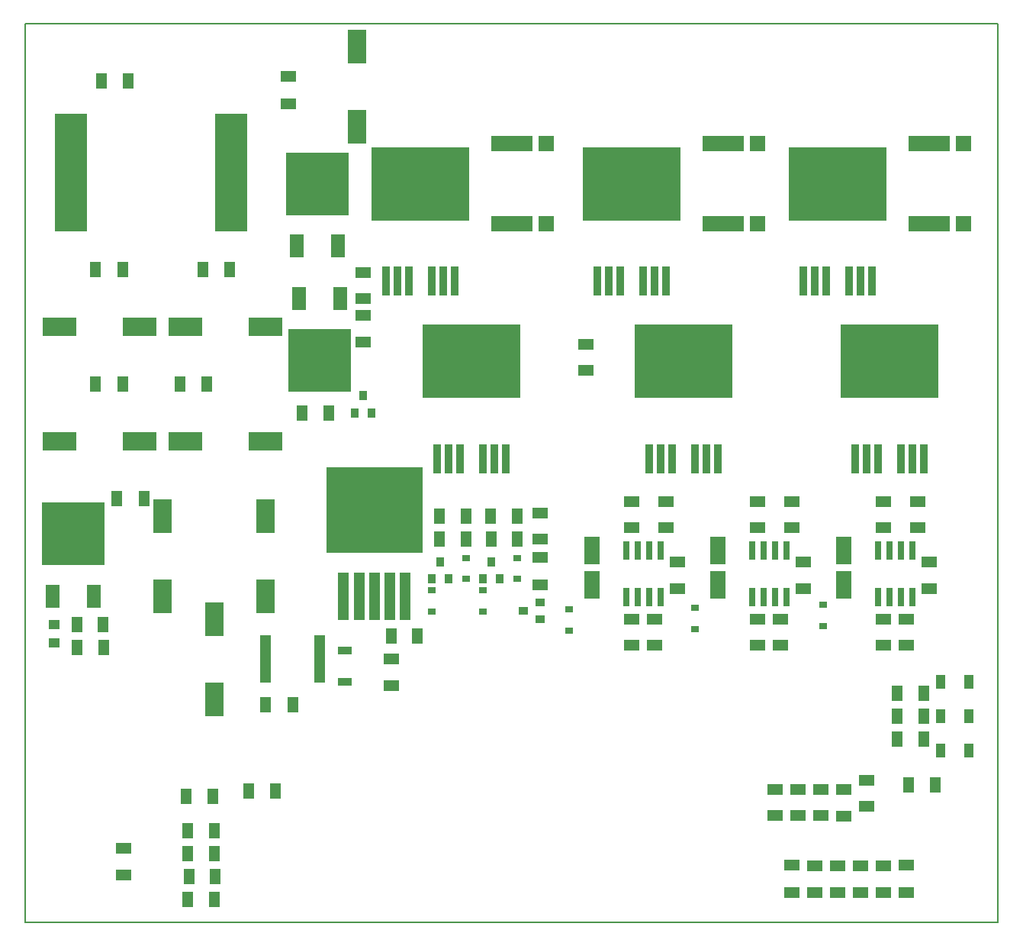
<source format=gbr>
G04 PROTEUS GERBER X2 FILE*
%TF.GenerationSoftware,Labcenter,Proteus,8.7-SP3-Build25561*%
%TF.CreationDate,2021-06-13T19:25:45+00:00*%
%TF.FileFunction,Paste,Top*%
%TF.FilePolarity,Positive*%
%TF.Part,Single*%
%TF.SameCoordinates,{9c7b3d0d-a21c-4509-bc3d-39c11cb24c33}*%
%FSLAX45Y45*%
%MOMM*%
G01*
%TA.AperFunction,Material*%
%ADD115R,0.914400X3.200400*%
%ADD116R,10.795000X8.153400*%
%TA.AperFunction,Material*%
%ADD117R,4.572000X1.651000*%
%ADD118R,1.651000X1.651000*%
%TA.AperFunction,Material*%
%ADD119R,6.985000X6.985000*%
%ADD120R,1.524000X2.540000*%
%TA.AperFunction,Material*%
%ADD121R,3.810000X2.032000*%
%ADD122R,1.270000X1.016000*%
%ADD123R,1.143000X1.803400*%
%ADD124R,2.032000X3.810000*%
%TA.AperFunction,Material*%
%ADD125R,1.143000X5.207000*%
%ADD126R,10.744200X9.550400*%
%TA.AperFunction,Material*%
%ADD127R,1.193800X5.308600*%
%ADD128R,1.524000X0.889000*%
%ADD129R,1.803400X1.143000*%
%ADD130R,3.556000X13.004800*%
%TA.AperFunction,Material*%
%ADD131R,0.889000X1.016000*%
%TA.AperFunction,Material*%
%ADD132R,0.635000X2.032000*%
%TA.AperFunction,Material*%
%ADD133R,1.651000X3.048000*%
%ADD134R,0.889000X0.635000*%
%TA.AperFunction,Material*%
%ADD135R,1.016000X0.889000*%
%TA.AperFunction,Material*%
%ADD136R,1.016000X1.524000*%
%TA.AperFunction,Profile*%
%ADD46C,0.203200*%
%TD.AperFunction*%
D115*
X+3492500Y-2476500D03*
X+3619500Y-2476500D03*
X+3746500Y-2476500D03*
X+4000500Y-2476500D03*
X+4127500Y-2476500D03*
X+4254500Y-2476500D03*
D116*
X+3873500Y-1397000D03*
D115*
X+5270500Y-508000D03*
X+5397500Y-508000D03*
X+5524500Y-508000D03*
X+5778500Y-508000D03*
X+5905500Y-508000D03*
X+6032500Y-508000D03*
D116*
X+5651500Y+571500D03*
D115*
X+5842000Y-2476500D03*
X+5969000Y-2476500D03*
X+6096000Y-2476500D03*
X+6350000Y-2476500D03*
X+6477000Y-2476500D03*
X+6604000Y-2476500D03*
D116*
X+6223000Y-1397000D03*
D115*
X+7556500Y-508000D03*
X+7683500Y-508000D03*
X+7810500Y-508000D03*
X+8064500Y-508000D03*
X+8191500Y-508000D03*
X+8318500Y-508000D03*
D116*
X+7937500Y+571500D03*
D115*
X+8128000Y-2476500D03*
X+8255000Y-2476500D03*
X+8382000Y-2476500D03*
X+8636000Y-2476500D03*
X+8763000Y-2476500D03*
X+8890000Y-2476500D03*
D116*
X+8509000Y-1397000D03*
D115*
X+2921000Y-508000D03*
X+3048000Y-508000D03*
X+3175000Y-508000D03*
X+3429000Y-508000D03*
X+3556000Y-508000D03*
X+3683000Y-508000D03*
D116*
X+3302000Y+571500D03*
D117*
X+6667500Y+1016000D03*
X+6667500Y+127000D03*
D118*
X+7048500Y+127000D03*
X+7048500Y+1016000D03*
D117*
X+8953500Y+1016000D03*
X+8953500Y+127000D03*
D118*
X+9334500Y+127000D03*
X+9334500Y+1016000D03*
D117*
X+4318000Y+1016000D03*
X+4318000Y+127000D03*
D118*
X+4699000Y+127000D03*
X+4699000Y+1016000D03*
D119*
X+2184400Y-1389380D03*
D120*
X+2413000Y-698500D03*
X+1955800Y-698500D03*
D119*
X+2159000Y+571500D03*
D120*
X+1930400Y-119380D03*
X+2387600Y-119380D03*
D121*
X+190500Y-2286000D03*
X-698500Y-2286000D03*
X+190500Y-1016000D03*
X-698500Y-1016000D03*
D119*
X-546100Y-3309620D03*
D120*
X-774700Y-4000500D03*
X-317500Y-4000500D03*
D122*
X-762000Y-4518000D03*
X-762000Y-4318000D03*
D123*
X-508000Y-4318000D03*
X-218000Y-4318000D03*
D124*
X+444500Y-3111500D03*
X+444500Y-4000500D03*
D125*
X+2453640Y-4000500D03*
X+2623820Y-4000500D03*
X+2794000Y-4000500D03*
X+2964180Y-4000500D03*
X+3134360Y-4000500D03*
D126*
X+2794000Y-3048000D03*
D127*
X+2187500Y-4699000D03*
X+1587500Y-4699000D03*
D128*
X+2469837Y-4946337D03*
X+2469837Y-4606337D03*
D124*
X+1587500Y-3111500D03*
X+1587500Y-4000500D03*
D123*
X-508000Y-4572000D03*
X-208000Y-4572000D03*
D129*
X+2984500Y-4699000D03*
X+2984500Y-4989000D03*
D123*
X+3274500Y-4445000D03*
X+2984500Y-4445000D03*
D130*
X-571500Y+698500D03*
X+1206500Y+698500D03*
D123*
X+0Y-381000D03*
X-300000Y-381000D03*
X+63500Y+1714500D03*
X-236500Y+1714500D03*
X+0Y-1651000D03*
X-300000Y-1651000D03*
D124*
X+2603500Y+2095500D03*
X+2603500Y+1206500D03*
D121*
X+698500Y-1016000D03*
X+1587500Y-1016000D03*
X+698500Y-2286000D03*
X+1587500Y-2286000D03*
D129*
X+1841500Y+1760500D03*
X+1841500Y+1460500D03*
D123*
X+889000Y-381000D03*
X+1189000Y-381000D03*
X+635000Y-1651000D03*
X+935000Y-1651000D03*
D129*
X+2667000Y-698500D03*
X+2667000Y-408500D03*
D123*
X+2286000Y-1968500D03*
X+1996000Y-1968500D03*
D129*
X+2667000Y-1179000D03*
X+2667000Y-889000D03*
D131*
X+2667000Y-1778000D03*
X+2573020Y-1968500D03*
X+2760980Y-1968500D03*
D123*
X+1887500Y-5207000D03*
X+1587500Y-5207000D03*
D129*
X+6032500Y-2948500D03*
X+6032500Y-3238500D03*
X+5651500Y-2948500D03*
X+5651500Y-3238500D03*
D132*
X+5588000Y-4013200D03*
X+5715000Y-4013200D03*
X+5842000Y-4013200D03*
X+5969000Y-4013200D03*
X+5969000Y-3492500D03*
X+5842000Y-3492500D03*
X+5715000Y-3492500D03*
X+5588000Y-3492500D03*
X+6985000Y-4013200D03*
X+7112000Y-4013200D03*
X+7239000Y-4013200D03*
X+7366000Y-4013200D03*
X+7366000Y-3492500D03*
X+7239000Y-3492500D03*
X+7112000Y-3492500D03*
X+6985000Y-3492500D03*
X+8382000Y-4013200D03*
X+8509000Y-4013200D03*
X+8636000Y-4013200D03*
X+8763000Y-4013200D03*
X+8763000Y-3492500D03*
X+8636000Y-3492500D03*
X+8509000Y-3492500D03*
X+8382000Y-3492500D03*
D129*
X+7048500Y-2948500D03*
X+7048500Y-3238500D03*
D133*
X+5207000Y-3492500D03*
X+5207000Y-3873500D03*
X+6604000Y-3492500D03*
X+6604000Y-3873500D03*
X+8001000Y-3492500D03*
X+8001000Y-3873500D03*
D134*
X+4953000Y-4381500D03*
X+4953000Y-4146550D03*
X+6350000Y-4362450D03*
X+6350000Y-4127500D03*
X+7778750Y-4330700D03*
X+7778750Y-4095750D03*
D129*
X+6159500Y-3619500D03*
X+6159500Y-3919500D03*
X+7556500Y-3619500D03*
X+7556500Y-3919500D03*
X+8953500Y-3619500D03*
X+8953500Y-3919500D03*
X+7429500Y-2948500D03*
X+7429500Y-3238500D03*
X+8445500Y-2948500D03*
X+8445500Y-3238500D03*
X+8826500Y-2948500D03*
X+8826500Y-3238500D03*
X+8445500Y-4254500D03*
X+8445500Y-4544500D03*
X+8699500Y-4254500D03*
X+8699500Y-4544500D03*
X+7048500Y-4254500D03*
X+7048500Y-4544500D03*
X+7302500Y-4254500D03*
X+7302500Y-4544500D03*
X+5651500Y-4254500D03*
X+5651500Y-4544500D03*
X+5905500Y-4254500D03*
X+5905500Y-4544500D03*
D131*
X+3522980Y-3619500D03*
X+3429000Y-3810000D03*
X+3616960Y-3810000D03*
X+4094480Y-3619500D03*
X+4000500Y-3810000D03*
X+4188460Y-3810000D03*
D135*
X+4445000Y-4160520D03*
X+4635500Y-4254500D03*
X+4635500Y-4066540D03*
D134*
X+3810000Y-3575050D03*
X+3810000Y-3810000D03*
X+3429000Y-3937000D03*
X+3429000Y-4171950D03*
X+4381500Y-3575050D03*
X+4381500Y-3810000D03*
X+4000500Y-3937000D03*
X+4000500Y-4171950D03*
D123*
X+3520000Y-3365500D03*
X+3810000Y-3365500D03*
X+3520000Y-3111500D03*
X+3810000Y-3111500D03*
X+4381500Y-3365500D03*
X+4091500Y-3365500D03*
D129*
X+4635500Y-3075500D03*
X+4635500Y-3365500D03*
X+4635500Y-3873500D03*
X+4635500Y-3573500D03*
D123*
X+4381500Y-3111500D03*
X+4081500Y-3111500D03*
X+1016000Y-7366000D03*
X+726000Y-7366000D03*
X+1016000Y-6604000D03*
X+726000Y-6604000D03*
X+1025500Y-7112000D03*
X+735500Y-7112000D03*
X+1016000Y-6858000D03*
X+726000Y-6858000D03*
X+998000Y-6223000D03*
X+708000Y-6223000D03*
D124*
X+1016000Y-5143500D03*
X+1016000Y-4254500D03*
D129*
X+8001000Y-6442000D03*
X+8001000Y-6142000D03*
X+7429500Y-6985000D03*
X+7429500Y-7285000D03*
X+8699500Y-6985000D03*
X+8699500Y-7285000D03*
X+9500Y-6794500D03*
X+9500Y-7094500D03*
D123*
X+236500Y-2921000D03*
X-63500Y-2921000D03*
D136*
X+9080500Y-5715000D03*
X+9395460Y-5715000D03*
X+9080500Y-5334000D03*
X+9395460Y-5334000D03*
X+9080500Y-4953000D03*
X+9395460Y-4953000D03*
D129*
X+7493000Y-6142000D03*
X+7493000Y-6432000D03*
X+7747000Y-6142000D03*
X+7747000Y-6432000D03*
X+8255000Y-6332500D03*
X+8255000Y-6042500D03*
X+7239000Y-6432000D03*
X+7239000Y-6142000D03*
X+7937500Y-7285000D03*
X+7937500Y-6995000D03*
X+8191500Y-7285000D03*
X+8191500Y-6995000D03*
D123*
X+8727000Y-6096000D03*
X+9017000Y-6096000D03*
X+8890000Y-5588000D03*
X+8600000Y-5588000D03*
X+8890000Y-5334000D03*
X+8600000Y-5334000D03*
X+8890000Y-5080000D03*
X+8600000Y-5080000D03*
D129*
X+7683500Y-7285000D03*
X+7683500Y-6995000D03*
X+8445500Y-7285000D03*
X+8445500Y-6995000D03*
X+5143500Y-1496500D03*
X+5143500Y-1206500D03*
D123*
X+1397000Y-6159500D03*
X+1697000Y-6159500D03*
D46*
X-1079500Y-7620000D02*
X+9715500Y-7620000D01*
X+9715500Y+2349500D01*
X-1079500Y+2349500D01*
X-1079500Y-7620000D01*
M02*

</source>
